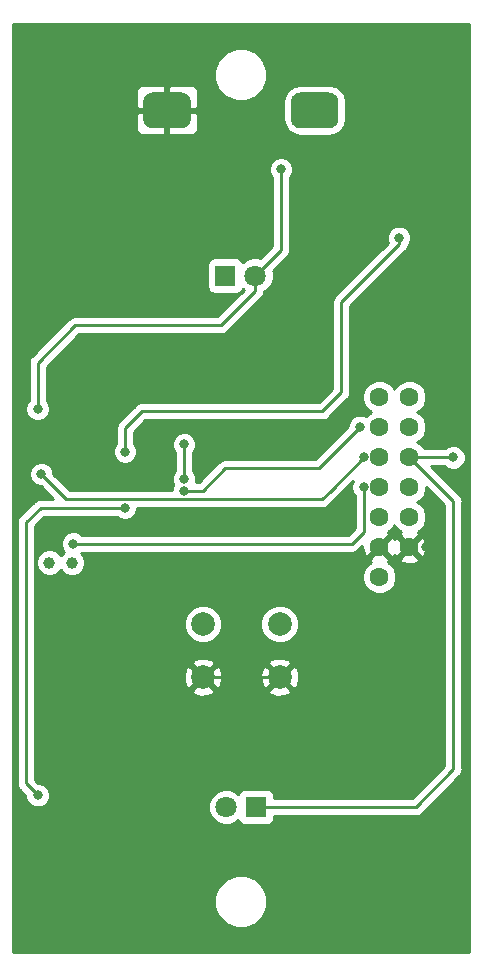
<source format=gbl>
G04 #@! TF.GenerationSoftware,KiCad,Pcbnew,5.0.2-bee76a0~70~ubuntu16.04.1*
G04 #@! TF.CreationDate,2018-12-01T17:09:34+05:30*
G04 #@! TF.ProjectId,senseBeTx_rev2,73656e73-6542-4655-9478-5f726576322e,rev?*
G04 #@! TF.SameCoordinates,Original*
G04 #@! TF.FileFunction,Copper,L2,Bot*
G04 #@! TF.FilePolarity,Positive*
%FSLAX46Y46*%
G04 Gerber Fmt 4.6, Leading zero omitted, Abs format (unit mm)*
G04 Created by KiCad (PCBNEW 5.0.2-bee76a0~70~ubuntu16.04.1) date Sat Dec  1 17:09:34 2018*
%MOMM*%
%LPD*%
G01*
G04 APERTURE LIST*
G04 #@! TA.AperFunction,ComponentPad*
%ADD10R,1.800000X1.800000*%
G04 #@! TD*
G04 #@! TA.AperFunction,ComponentPad*
%ADD11C,1.800000*%
G04 #@! TD*
G04 #@! TA.AperFunction,ComponentPad*
%ADD12C,2.000000*%
G04 #@! TD*
G04 #@! TA.AperFunction,Conductor*
%ADD13C,0.100000*%
G04 #@! TD*
G04 #@! TA.AperFunction,ComponentPad*
%ADD14C,3.000000*%
G04 #@! TD*
G04 #@! TA.AperFunction,WasherPad*
%ADD15C,1.600000*%
G04 #@! TD*
G04 #@! TA.AperFunction,ComponentPad*
%ADD16C,1.600000*%
G04 #@! TD*
G04 #@! TA.AperFunction,ComponentPad*
%ADD17C,1.000000*%
G04 #@! TD*
G04 #@! TA.AperFunction,ViaPad*
%ADD18C,0.800000*%
G04 #@! TD*
G04 #@! TA.AperFunction,Conductor*
%ADD19C,0.250000*%
G04 #@! TD*
G04 #@! TA.AperFunction,Conductor*
%ADD20C,0.254000*%
G04 #@! TD*
G04 APERTURE END LIST*
D10*
G04 #@! TO.P,D1,1*
G04 #@! TO.N,VDD*
X34300000Y-184000000D03*
D11*
G04 #@! TO.P,D1,2*
G04 #@! TO.N,/LIGHT_SENSE*
X31760000Y-184000000D03*
G04 #@! TD*
D10*
G04 #@! TO.P,D3,1*
G04 #@! TO.N,Net-(D3-Pad1)*
X31700000Y-139000000D03*
D11*
G04 #@! TO.P,D3,2*
G04 #@! TO.N,VDD*
X34240000Y-139000000D03*
G04 #@! TD*
D12*
G04 #@! TO.P,SW1,2*
G04 #@! TO.N,/BUTTON*
X36300000Y-168500000D03*
G04 #@! TO.P,SW1,1*
G04 #@! TO.N,GND*
X36300000Y-173000000D03*
G04 #@! TO.P,SW1,2*
G04 #@! TO.N,/BUTTON*
X29800000Y-168500000D03*
G04 #@! TO.P,SW1,1*
G04 #@! TO.N,GND*
X29800000Y-173000000D03*
G04 #@! TD*
D13*
G04 #@! TO.N,Net-(BT1-Pad1)*
G04 #@! TO.C,BT1*
G36*
X40573513Y-123503611D02*
X40646318Y-123514411D01*
X40717714Y-123532295D01*
X40787013Y-123557090D01*
X40853548Y-123588559D01*
X40916678Y-123626398D01*
X40975795Y-123670242D01*
X41030330Y-123719670D01*
X41079758Y-123774205D01*
X41123602Y-123833322D01*
X41161441Y-123896452D01*
X41192910Y-123962987D01*
X41217705Y-124032286D01*
X41235589Y-124103682D01*
X41246389Y-124176487D01*
X41250000Y-124250000D01*
X41250000Y-125750000D01*
X41246389Y-125823513D01*
X41235589Y-125896318D01*
X41217705Y-125967714D01*
X41192910Y-126037013D01*
X41161441Y-126103548D01*
X41123602Y-126166678D01*
X41079758Y-126225795D01*
X41030330Y-126280330D01*
X40975795Y-126329758D01*
X40916678Y-126373602D01*
X40853548Y-126411441D01*
X40787013Y-126442910D01*
X40717714Y-126467705D01*
X40646318Y-126485589D01*
X40573513Y-126496389D01*
X40500000Y-126500000D01*
X38000000Y-126500000D01*
X37926487Y-126496389D01*
X37853682Y-126485589D01*
X37782286Y-126467705D01*
X37712987Y-126442910D01*
X37646452Y-126411441D01*
X37583322Y-126373602D01*
X37524205Y-126329758D01*
X37469670Y-126280330D01*
X37420242Y-126225795D01*
X37376398Y-126166678D01*
X37338559Y-126103548D01*
X37307090Y-126037013D01*
X37282295Y-125967714D01*
X37264411Y-125896318D01*
X37253611Y-125823513D01*
X37250000Y-125750000D01*
X37250000Y-124250000D01*
X37253611Y-124176487D01*
X37264411Y-124103682D01*
X37282295Y-124032286D01*
X37307090Y-123962987D01*
X37338559Y-123896452D01*
X37376398Y-123833322D01*
X37420242Y-123774205D01*
X37469670Y-123719670D01*
X37524205Y-123670242D01*
X37583322Y-123626398D01*
X37646452Y-123588559D01*
X37712987Y-123557090D01*
X37782286Y-123532295D01*
X37853682Y-123514411D01*
X37926487Y-123503611D01*
X38000000Y-123500000D01*
X40500000Y-123500000D01*
X40573513Y-123503611D01*
X40573513Y-123503611D01*
G37*
D14*
G04 #@! TD*
G04 #@! TO.P,BT1,1*
G04 #@! TO.N,Net-(BT1-Pad1)*
X39250000Y-125000000D03*
D13*
G04 #@! TO.N,GND*
G04 #@! TO.C,BT1*
G36*
X28073513Y-123503611D02*
X28146318Y-123514411D01*
X28217714Y-123532295D01*
X28287013Y-123557090D01*
X28353548Y-123588559D01*
X28416678Y-123626398D01*
X28475795Y-123670242D01*
X28530330Y-123719670D01*
X28579758Y-123774205D01*
X28623602Y-123833322D01*
X28661441Y-123896452D01*
X28692910Y-123962987D01*
X28717705Y-124032286D01*
X28735589Y-124103682D01*
X28746389Y-124176487D01*
X28750000Y-124250000D01*
X28750000Y-125750000D01*
X28746389Y-125823513D01*
X28735589Y-125896318D01*
X28717705Y-125967714D01*
X28692910Y-126037013D01*
X28661441Y-126103548D01*
X28623602Y-126166678D01*
X28579758Y-126225795D01*
X28530330Y-126280330D01*
X28475795Y-126329758D01*
X28416678Y-126373602D01*
X28353548Y-126411441D01*
X28287013Y-126442910D01*
X28217714Y-126467705D01*
X28146318Y-126485589D01*
X28073513Y-126496389D01*
X28000000Y-126500000D01*
X25500000Y-126500000D01*
X25426487Y-126496389D01*
X25353682Y-126485589D01*
X25282286Y-126467705D01*
X25212987Y-126442910D01*
X25146452Y-126411441D01*
X25083322Y-126373602D01*
X25024205Y-126329758D01*
X24969670Y-126280330D01*
X24920242Y-126225795D01*
X24876398Y-126166678D01*
X24838559Y-126103548D01*
X24807090Y-126037013D01*
X24782295Y-125967714D01*
X24764411Y-125896318D01*
X24753611Y-125823513D01*
X24750000Y-125750000D01*
X24750000Y-124250000D01*
X24753611Y-124176487D01*
X24764411Y-124103682D01*
X24782295Y-124032286D01*
X24807090Y-123962987D01*
X24838559Y-123896452D01*
X24876398Y-123833322D01*
X24920242Y-123774205D01*
X24969670Y-123719670D01*
X25024205Y-123670242D01*
X25083322Y-123626398D01*
X25146452Y-123588559D01*
X25212987Y-123557090D01*
X25282286Y-123532295D01*
X25353682Y-123514411D01*
X25426487Y-123503611D01*
X25500000Y-123500000D01*
X28000000Y-123500000D01*
X28073513Y-123503611D01*
X28073513Y-123503611D01*
G37*
D14*
G04 #@! TD*
G04 #@! TO.P,BT1,2*
G04 #@! TO.N,GND*
X26750000Y-125000000D03*
D15*
G04 #@! TO.P,P1,*
G04 #@! TO.N,*
X44730000Y-164520000D03*
X47270000Y-149280000D03*
D16*
G04 #@! TO.P,P1,1*
G04 #@! TO.N,/SYS_SWDIO*
X44730000Y-151820000D03*
G04 #@! TO.P,P1,3*
G04 #@! TO.N,/SYS_SWDCLK*
X44730000Y-154360000D03*
G04 #@! TO.P,P1,5*
G04 #@! TO.N,/RESET*
X44730000Y-156900000D03*
G04 #@! TO.P,P1,7*
G04 #@! TO.N,N/C*
X44730000Y-159440000D03*
G04 #@! TO.P,P1,9*
G04 #@! TO.N,GND*
X44730000Y-161980000D03*
G04 #@! TO.P,P1,10*
X47270000Y-161980000D03*
G04 #@! TO.P,P1,8*
G04 #@! TO.N,N/C*
X47270000Y-159440000D03*
G04 #@! TO.P,P1,6*
X47270000Y-156900000D03*
G04 #@! TO.P,P1,4*
G04 #@! TO.N,VDD*
X47270000Y-154360000D03*
G04 #@! TO.P,P1,2*
G04 #@! TO.N,/USART2_TX*
X47270000Y-151820000D03*
D15*
G04 #@! TO.P,P1,*
G04 #@! TO.N,*
X44730000Y-149280000D03*
G04 #@! TD*
D17*
G04 #@! TO.P,Y1,1*
G04 #@! TO.N,/RCC_OSC32_IN*
X16800000Y-163300000D03*
G04 #@! TO.P,Y1,2*
G04 #@! TO.N,/RCC_OSC32_OUT*
X18700000Y-163300000D03*
G04 #@! TD*
D18*
G04 #@! TO.N,GND*
X18000000Y-148900000D03*
X31400000Y-151700000D03*
X39100000Y-151700000D03*
X48700000Y-162000000D03*
X17000000Y-140900000D03*
X17000000Y-134500000D03*
X17000000Y-127900000D03*
X20000000Y-167800000D03*
X48900000Y-131100000D03*
X26600000Y-181600000D03*
X19800000Y-181600000D03*
X42500000Y-126800000D03*
G04 #@! TO.N,VDD*
X36400000Y-130000000D03*
X51000000Y-154400000D03*
X15800000Y-150300000D03*
G04 #@! TO.N,/SYS_SWDIO*
X28200000Y-157200003D03*
X43100000Y-151800000D03*
G04 #@! TO.N,/SYS_SWDCLK*
X43400000Y-154400000D03*
X16100000Y-155800000D03*
G04 #@! TO.N,/RESET*
X18800000Y-161700000D03*
X43400000Y-156900000D03*
G04 #@! TO.N,/LEDIR_CNTRL1*
X28200000Y-156200000D03*
X28200000Y-153300000D03*
G04 #@! TO.N,/LED_GREEN*
X46400000Y-135800000D03*
X23200000Y-153900000D03*
G04 #@! TO.N,/RXTX_UART_RX*
X23200000Y-158650004D03*
X15800000Y-183000000D03*
G04 #@! TD*
D19*
G04 #@! TO.N,GND*
X29800000Y-173000000D02*
X36300000Y-173000000D01*
G04 #@! TO.N,VDD*
X36400000Y-136840000D02*
X34240000Y-139000000D01*
X36400000Y-130000000D02*
X36400000Y-136840000D01*
X34300000Y-184000000D02*
X47800000Y-184000000D01*
X47800000Y-184000000D02*
X51000000Y-180800000D01*
X51000000Y-158090000D02*
X47270000Y-154360000D01*
X51000000Y-180800000D02*
X51000000Y-158090000D01*
X47310000Y-154400000D02*
X47270000Y-154360000D01*
X51000000Y-154400000D02*
X47310000Y-154400000D01*
X34240000Y-140272792D02*
X31312792Y-143200000D01*
X34240000Y-139000000D02*
X34240000Y-140272792D01*
X31312792Y-143200000D02*
X19000000Y-143200000D01*
X19000000Y-143200000D02*
X15800000Y-146400000D01*
X15800000Y-146400000D02*
X15800000Y-150300000D01*
G04 #@! TO.N,/SYS_SWDIO*
X28200000Y-157200003D02*
X29799997Y-157200003D01*
X29799997Y-157200003D02*
X31700000Y-155300000D01*
X39600000Y-155300000D02*
X43100000Y-151800000D01*
X31700000Y-155300000D02*
X39600000Y-155300000D01*
G04 #@! TO.N,/SYS_SWDCLK*
X39874996Y-157925004D02*
X40600000Y-157200000D01*
X18225004Y-157925004D02*
X39874996Y-157925004D01*
X40600000Y-157200000D02*
X43400000Y-154400000D01*
X16100000Y-155800000D02*
X18225004Y-157925004D01*
G04 #@! TO.N,/RESET*
X18800000Y-161700000D02*
X42400000Y-161700000D01*
X43400000Y-160700000D02*
X43400000Y-156900000D01*
X42400000Y-161700000D02*
X43400000Y-160700000D01*
G04 #@! TO.N,/LEDIR_CNTRL1*
X28200000Y-156200000D02*
X28200000Y-153300000D01*
G04 #@! TO.N,/LED_GREEN*
X46400000Y-136365685D02*
X46400000Y-135800000D01*
X41500000Y-148900000D02*
X41500000Y-141265685D01*
X23200000Y-153900000D02*
X23200000Y-151900000D01*
X39900000Y-150500000D02*
X41500000Y-148900000D01*
X23200000Y-151900000D02*
X24600000Y-150500000D01*
X41500000Y-141265685D02*
X46400000Y-136365685D01*
X24600000Y-150500000D02*
X39900000Y-150500000D01*
G04 #@! TO.N,/RXTX_UART_RX*
X23200000Y-158650004D02*
X16049996Y-158650004D01*
X16049996Y-158650004D02*
X14800000Y-159900000D01*
X14800000Y-182000000D02*
X15800000Y-183000000D01*
X14800000Y-159900000D02*
X14800000Y-182000000D01*
G04 #@! TD*
D20*
G04 #@! TO.N,GND*
G36*
X52290000Y-196290000D02*
X13710000Y-196290000D01*
X13710000Y-191555431D01*
X30765000Y-191555431D01*
X30765000Y-192444569D01*
X31105259Y-193266026D01*
X31733974Y-193894741D01*
X32555431Y-194235000D01*
X33444569Y-194235000D01*
X34266026Y-193894741D01*
X34894741Y-193266026D01*
X35235000Y-192444569D01*
X35235000Y-191555431D01*
X34894741Y-190733974D01*
X34266026Y-190105259D01*
X33444569Y-189765000D01*
X32555431Y-189765000D01*
X31733974Y-190105259D01*
X31105259Y-190733974D01*
X30765000Y-191555431D01*
X13710000Y-191555431D01*
X13710000Y-159900000D01*
X14025112Y-159900000D01*
X14040000Y-159974847D01*
X14040001Y-181925148D01*
X14025112Y-182000000D01*
X14084097Y-182296537D01*
X14196661Y-182465000D01*
X14252072Y-182547929D01*
X14315528Y-182590329D01*
X14765000Y-183039802D01*
X14765000Y-183205874D01*
X14922569Y-183586280D01*
X15213720Y-183877431D01*
X15594126Y-184035000D01*
X16005874Y-184035000D01*
X16386280Y-183877431D01*
X16677431Y-183586280D01*
X16835000Y-183205874D01*
X16835000Y-182794126D01*
X16677431Y-182413720D01*
X16386280Y-182122569D01*
X16005874Y-181965000D01*
X15839802Y-181965000D01*
X15560000Y-181685199D01*
X15560000Y-174152532D01*
X28827073Y-174152532D01*
X28925736Y-174419387D01*
X29535461Y-174645908D01*
X30185460Y-174621856D01*
X30674264Y-174419387D01*
X30772927Y-174152532D01*
X35327073Y-174152532D01*
X35425736Y-174419387D01*
X36035461Y-174645908D01*
X36685460Y-174621856D01*
X37174264Y-174419387D01*
X37272927Y-174152532D01*
X36300000Y-173179605D01*
X35327073Y-174152532D01*
X30772927Y-174152532D01*
X29800000Y-173179605D01*
X28827073Y-174152532D01*
X15560000Y-174152532D01*
X15560000Y-172735461D01*
X28154092Y-172735461D01*
X28178144Y-173385460D01*
X28380613Y-173874264D01*
X28647468Y-173972927D01*
X29620395Y-173000000D01*
X29979605Y-173000000D01*
X30952532Y-173972927D01*
X31219387Y-173874264D01*
X31445908Y-173264539D01*
X31426331Y-172735461D01*
X34654092Y-172735461D01*
X34678144Y-173385460D01*
X34880613Y-173874264D01*
X35147468Y-173972927D01*
X36120395Y-173000000D01*
X36479605Y-173000000D01*
X37452532Y-173972927D01*
X37719387Y-173874264D01*
X37945908Y-173264539D01*
X37921856Y-172614540D01*
X37719387Y-172125736D01*
X37452532Y-172027073D01*
X36479605Y-173000000D01*
X36120395Y-173000000D01*
X35147468Y-172027073D01*
X34880613Y-172125736D01*
X34654092Y-172735461D01*
X31426331Y-172735461D01*
X31421856Y-172614540D01*
X31219387Y-172125736D01*
X30952532Y-172027073D01*
X29979605Y-173000000D01*
X29620395Y-173000000D01*
X28647468Y-172027073D01*
X28380613Y-172125736D01*
X28154092Y-172735461D01*
X15560000Y-172735461D01*
X15560000Y-171847468D01*
X28827073Y-171847468D01*
X29800000Y-172820395D01*
X30772927Y-171847468D01*
X35327073Y-171847468D01*
X36300000Y-172820395D01*
X37272927Y-171847468D01*
X37174264Y-171580613D01*
X36564539Y-171354092D01*
X35914540Y-171378144D01*
X35425736Y-171580613D01*
X35327073Y-171847468D01*
X30772927Y-171847468D01*
X30674264Y-171580613D01*
X30064539Y-171354092D01*
X29414540Y-171378144D01*
X28925736Y-171580613D01*
X28827073Y-171847468D01*
X15560000Y-171847468D01*
X15560000Y-168174778D01*
X28165000Y-168174778D01*
X28165000Y-168825222D01*
X28413914Y-169426153D01*
X28873847Y-169886086D01*
X29474778Y-170135000D01*
X30125222Y-170135000D01*
X30726153Y-169886086D01*
X31186086Y-169426153D01*
X31435000Y-168825222D01*
X31435000Y-168174778D01*
X34665000Y-168174778D01*
X34665000Y-168825222D01*
X34913914Y-169426153D01*
X35373847Y-169886086D01*
X35974778Y-170135000D01*
X36625222Y-170135000D01*
X37226153Y-169886086D01*
X37686086Y-169426153D01*
X37935000Y-168825222D01*
X37935000Y-168174778D01*
X37686086Y-167573847D01*
X37226153Y-167113914D01*
X36625222Y-166865000D01*
X35974778Y-166865000D01*
X35373847Y-167113914D01*
X34913914Y-167573847D01*
X34665000Y-168174778D01*
X31435000Y-168174778D01*
X31186086Y-167573847D01*
X30726153Y-167113914D01*
X30125222Y-166865000D01*
X29474778Y-166865000D01*
X28873847Y-167113914D01*
X28413914Y-167573847D01*
X28165000Y-168174778D01*
X15560000Y-168174778D01*
X15560000Y-160214801D01*
X16364799Y-159410004D01*
X22496289Y-159410004D01*
X22613720Y-159527435D01*
X22994126Y-159685004D01*
X23405874Y-159685004D01*
X23786280Y-159527435D01*
X24077431Y-159236284D01*
X24235000Y-158855878D01*
X24235000Y-158685004D01*
X39800149Y-158685004D01*
X39874996Y-158699892D01*
X39949843Y-158685004D01*
X39949848Y-158685004D01*
X40171533Y-158640908D01*
X40422925Y-158472933D01*
X40465327Y-158409475D01*
X41190329Y-157684474D01*
X41190333Y-157684468D01*
X42495337Y-156379465D01*
X42365000Y-156694126D01*
X42365000Y-157105874D01*
X42522569Y-157486280D01*
X42640001Y-157603712D01*
X42640000Y-160385198D01*
X42085199Y-160940000D01*
X19503711Y-160940000D01*
X19386280Y-160822569D01*
X19005874Y-160665000D01*
X18594126Y-160665000D01*
X18213720Y-160822569D01*
X17922569Y-161113720D01*
X17765000Y-161494126D01*
X17765000Y-161905874D01*
X17922569Y-162286280D01*
X18015578Y-162379289D01*
X17750000Y-162644867D01*
X17442926Y-162337793D01*
X17025766Y-162165000D01*
X16574234Y-162165000D01*
X16157074Y-162337793D01*
X15837793Y-162657074D01*
X15665000Y-163074234D01*
X15665000Y-163525766D01*
X15837793Y-163942926D01*
X16157074Y-164262207D01*
X16574234Y-164435000D01*
X17025766Y-164435000D01*
X17442926Y-164262207D01*
X17750000Y-163955133D01*
X18057074Y-164262207D01*
X18474234Y-164435000D01*
X18925766Y-164435000D01*
X19342926Y-164262207D01*
X19370572Y-164234561D01*
X43295000Y-164234561D01*
X43295000Y-164805439D01*
X43513466Y-165332862D01*
X43917138Y-165736534D01*
X44444561Y-165955000D01*
X45015439Y-165955000D01*
X45542862Y-165736534D01*
X45946534Y-165332862D01*
X46165000Y-164805439D01*
X46165000Y-164234561D01*
X45946534Y-163707138D01*
X45542862Y-163303466D01*
X45429417Y-163256475D01*
X45484005Y-163233864D01*
X45558139Y-162987745D01*
X46441861Y-162987745D01*
X46515995Y-163233864D01*
X47053223Y-163426965D01*
X47623454Y-163399778D01*
X48024005Y-163233864D01*
X48098139Y-162987745D01*
X47270000Y-162159605D01*
X46441861Y-162987745D01*
X45558139Y-162987745D01*
X44730000Y-162159605D01*
X43901861Y-162987745D01*
X43975995Y-163233864D01*
X44034448Y-163254874D01*
X43917138Y-163303466D01*
X43513466Y-163707138D01*
X43295000Y-164234561D01*
X19370572Y-164234561D01*
X19662207Y-163942926D01*
X19835000Y-163525766D01*
X19835000Y-163074234D01*
X19662207Y-162657074D01*
X19484422Y-162479289D01*
X19503711Y-162460000D01*
X42325153Y-162460000D01*
X42400000Y-162474888D01*
X42474847Y-162460000D01*
X42474852Y-162460000D01*
X42696537Y-162415904D01*
X42947929Y-162247929D01*
X42990331Y-162184470D01*
X43288885Y-161885917D01*
X43310222Y-162333454D01*
X43476136Y-162734005D01*
X43722255Y-162808139D01*
X44550395Y-161980000D01*
X44909605Y-161980000D01*
X45737745Y-162808139D01*
X45983864Y-162734005D01*
X45998858Y-162692291D01*
X46016136Y-162734005D01*
X46262255Y-162808139D01*
X47090395Y-161980000D01*
X47449605Y-161980000D01*
X48277745Y-162808139D01*
X48523864Y-162734005D01*
X48716965Y-162196777D01*
X48689778Y-161626546D01*
X48523864Y-161225995D01*
X48277745Y-161151861D01*
X47449605Y-161980000D01*
X47090395Y-161980000D01*
X46262255Y-161151861D01*
X46016136Y-161225995D01*
X46001142Y-161267709D01*
X45983864Y-161225995D01*
X45737745Y-161151861D01*
X44909605Y-161980000D01*
X44550395Y-161980000D01*
X44536252Y-161965858D01*
X44715858Y-161786252D01*
X44730000Y-161800395D01*
X45558139Y-160972255D01*
X45484005Y-160726136D01*
X45425552Y-160705126D01*
X45542862Y-160656534D01*
X45946534Y-160252862D01*
X46000000Y-160123784D01*
X46053466Y-160252862D01*
X46457138Y-160656534D01*
X46570583Y-160703525D01*
X46515995Y-160726136D01*
X46441861Y-160972255D01*
X47270000Y-161800395D01*
X48098139Y-160972255D01*
X48024005Y-160726136D01*
X47965552Y-160705126D01*
X48082862Y-160656534D01*
X48486534Y-160252862D01*
X48705000Y-159725439D01*
X48705000Y-159154561D01*
X48486534Y-158627138D01*
X48082862Y-158223466D01*
X47953784Y-158170000D01*
X48082862Y-158116534D01*
X48486534Y-157712862D01*
X48705000Y-157185439D01*
X48705000Y-156869802D01*
X50240001Y-158404803D01*
X50240000Y-180485197D01*
X47485199Y-183240000D01*
X35847440Y-183240000D01*
X35847440Y-183100000D01*
X35798157Y-182852235D01*
X35657809Y-182642191D01*
X35447765Y-182501843D01*
X35200000Y-182452560D01*
X33400000Y-182452560D01*
X33152235Y-182501843D01*
X32942191Y-182642191D01*
X32801843Y-182852235D01*
X32798725Y-182867908D01*
X32629507Y-182698690D01*
X32065330Y-182465000D01*
X31454670Y-182465000D01*
X30890493Y-182698690D01*
X30458690Y-183130493D01*
X30225000Y-183694670D01*
X30225000Y-184305330D01*
X30458690Y-184869507D01*
X30890493Y-185301310D01*
X31454670Y-185535000D01*
X32065330Y-185535000D01*
X32629507Y-185301310D01*
X32798725Y-185132092D01*
X32801843Y-185147765D01*
X32942191Y-185357809D01*
X33152235Y-185498157D01*
X33400000Y-185547440D01*
X35200000Y-185547440D01*
X35447765Y-185498157D01*
X35657809Y-185357809D01*
X35798157Y-185147765D01*
X35847440Y-184900000D01*
X35847440Y-184760000D01*
X47725153Y-184760000D01*
X47800000Y-184774888D01*
X47874847Y-184760000D01*
X47874852Y-184760000D01*
X48096537Y-184715904D01*
X48347929Y-184547929D01*
X48390331Y-184484470D01*
X51484476Y-181390327D01*
X51547929Y-181347929D01*
X51590327Y-181284476D01*
X51590329Y-181284474D01*
X51715903Y-181096538D01*
X51715904Y-181096537D01*
X51760000Y-180874852D01*
X51760000Y-180874848D01*
X51774888Y-180800001D01*
X51760000Y-180725154D01*
X51760000Y-158164848D01*
X51774888Y-158090000D01*
X51760000Y-158015152D01*
X51760000Y-158015148D01*
X51715904Y-157793463D01*
X51547929Y-157542071D01*
X51484473Y-157499671D01*
X49144801Y-155160000D01*
X50296289Y-155160000D01*
X50413720Y-155277431D01*
X50794126Y-155435000D01*
X51205874Y-155435000D01*
X51586280Y-155277431D01*
X51877431Y-154986280D01*
X52035000Y-154605874D01*
X52035000Y-154194126D01*
X51877431Y-153813720D01*
X51586280Y-153522569D01*
X51205874Y-153365000D01*
X50794126Y-153365000D01*
X50413720Y-153522569D01*
X50296289Y-153640000D01*
X48524999Y-153640000D01*
X48486534Y-153547138D01*
X48082862Y-153143466D01*
X47953784Y-153090000D01*
X48082862Y-153036534D01*
X48486534Y-152632862D01*
X48705000Y-152105439D01*
X48705000Y-151534561D01*
X48486534Y-151007138D01*
X48082862Y-150603466D01*
X47953784Y-150550000D01*
X48082862Y-150496534D01*
X48486534Y-150092862D01*
X48705000Y-149565439D01*
X48705000Y-148994561D01*
X48486534Y-148467138D01*
X48082862Y-148063466D01*
X47555439Y-147845000D01*
X46984561Y-147845000D01*
X46457138Y-148063466D01*
X46053466Y-148467138D01*
X46000000Y-148596216D01*
X45946534Y-148467138D01*
X45542862Y-148063466D01*
X45015439Y-147845000D01*
X44444561Y-147845000D01*
X43917138Y-148063466D01*
X43513466Y-148467138D01*
X43295000Y-148994561D01*
X43295000Y-149565439D01*
X43513466Y-150092862D01*
X43917138Y-150496534D01*
X44046216Y-150550000D01*
X43917138Y-150603466D01*
X43623881Y-150896723D01*
X43305874Y-150765000D01*
X42894126Y-150765000D01*
X42513720Y-150922569D01*
X42222569Y-151213720D01*
X42065000Y-151594126D01*
X42065000Y-151760197D01*
X39285199Y-154540000D01*
X31774846Y-154540000D01*
X31699999Y-154525112D01*
X31625152Y-154540000D01*
X31625148Y-154540000D01*
X31403463Y-154584096D01*
X31152071Y-154752071D01*
X31109671Y-154815527D01*
X29485196Y-156440003D01*
X29220863Y-156440003D01*
X29235000Y-156405874D01*
X29235000Y-155994126D01*
X29077431Y-155613720D01*
X28960000Y-155496289D01*
X28960000Y-154003711D01*
X29077431Y-153886280D01*
X29235000Y-153505874D01*
X29235000Y-153094126D01*
X29077431Y-152713720D01*
X28786280Y-152422569D01*
X28405874Y-152265000D01*
X27994126Y-152265000D01*
X27613720Y-152422569D01*
X27322569Y-152713720D01*
X27165000Y-153094126D01*
X27165000Y-153505874D01*
X27322569Y-153886280D01*
X27440001Y-154003712D01*
X27440000Y-155496289D01*
X27322569Y-155613720D01*
X27165000Y-155994126D01*
X27165000Y-156405874D01*
X27286831Y-156700002D01*
X27165000Y-156994129D01*
X27165000Y-157165004D01*
X18539807Y-157165004D01*
X17135000Y-155760199D01*
X17135000Y-155594126D01*
X16977431Y-155213720D01*
X16686280Y-154922569D01*
X16305874Y-154765000D01*
X15894126Y-154765000D01*
X15513720Y-154922569D01*
X15222569Y-155213720D01*
X15065000Y-155594126D01*
X15065000Y-156005874D01*
X15222569Y-156386280D01*
X15513720Y-156677431D01*
X15894126Y-156835000D01*
X16060199Y-156835000D01*
X17115202Y-157890004D01*
X16124842Y-157890004D01*
X16049995Y-157875116D01*
X15975148Y-157890004D01*
X15975144Y-157890004D01*
X15753459Y-157934100D01*
X15692416Y-157974888D01*
X15565522Y-158059675D01*
X15565520Y-158059677D01*
X15502067Y-158102075D01*
X15459669Y-158165528D01*
X14315530Y-159309669D01*
X14252071Y-159352071D01*
X14084096Y-159603464D01*
X14040000Y-159825149D01*
X14040000Y-159825153D01*
X14025112Y-159900000D01*
X13710000Y-159900000D01*
X13710000Y-153694126D01*
X22165000Y-153694126D01*
X22165000Y-154105874D01*
X22322569Y-154486280D01*
X22613720Y-154777431D01*
X22994126Y-154935000D01*
X23405874Y-154935000D01*
X23786280Y-154777431D01*
X24077431Y-154486280D01*
X24235000Y-154105874D01*
X24235000Y-153694126D01*
X24077431Y-153313720D01*
X23960000Y-153196289D01*
X23960000Y-152214801D01*
X24914802Y-151260000D01*
X39825153Y-151260000D01*
X39900000Y-151274888D01*
X39974847Y-151260000D01*
X39974852Y-151260000D01*
X40196537Y-151215904D01*
X40447929Y-151047929D01*
X40490331Y-150984470D01*
X41984473Y-149490329D01*
X42047929Y-149447929D01*
X42090924Y-149383582D01*
X42215904Y-149196538D01*
X42225480Y-149148395D01*
X42260000Y-148974852D01*
X42260000Y-148974848D01*
X42274888Y-148900000D01*
X42260000Y-148825152D01*
X42260000Y-141580486D01*
X46884476Y-136956012D01*
X46947929Y-136913614D01*
X46990327Y-136850161D01*
X46990329Y-136850159D01*
X47074102Y-136724783D01*
X47115904Y-136662222D01*
X47144314Y-136519397D01*
X47277431Y-136386280D01*
X47435000Y-136005874D01*
X47435000Y-135594126D01*
X47277431Y-135213720D01*
X46986280Y-134922569D01*
X46605874Y-134765000D01*
X46194126Y-134765000D01*
X45813720Y-134922569D01*
X45522569Y-135213720D01*
X45365000Y-135594126D01*
X45365000Y-136005874D01*
X45458728Y-136232154D01*
X41015528Y-140675356D01*
X40952072Y-140717756D01*
X40909672Y-140781212D01*
X40909671Y-140781213D01*
X40784097Y-140969148D01*
X40725112Y-141265685D01*
X40740001Y-141340537D01*
X40740000Y-148585198D01*
X39585199Y-149740000D01*
X24674847Y-149740000D01*
X24600000Y-149725112D01*
X24525153Y-149740000D01*
X24525148Y-149740000D01*
X24303463Y-149784096D01*
X24052071Y-149952071D01*
X24009671Y-150015527D01*
X22715528Y-151309671D01*
X22652072Y-151352071D01*
X22609672Y-151415527D01*
X22609671Y-151415528D01*
X22484097Y-151603463D01*
X22425112Y-151900000D01*
X22440001Y-151974852D01*
X22440000Y-153196289D01*
X22322569Y-153313720D01*
X22165000Y-153694126D01*
X13710000Y-153694126D01*
X13710000Y-150094126D01*
X14765000Y-150094126D01*
X14765000Y-150505874D01*
X14922569Y-150886280D01*
X15213720Y-151177431D01*
X15594126Y-151335000D01*
X16005874Y-151335000D01*
X16386280Y-151177431D01*
X16677431Y-150886280D01*
X16835000Y-150505874D01*
X16835000Y-150094126D01*
X16677431Y-149713720D01*
X16560000Y-149596289D01*
X16560000Y-146714801D01*
X19314803Y-143960000D01*
X31237945Y-143960000D01*
X31312792Y-143974888D01*
X31387639Y-143960000D01*
X31387644Y-143960000D01*
X31609329Y-143915904D01*
X31860721Y-143747929D01*
X31903123Y-143684470D01*
X34724473Y-140863121D01*
X34787929Y-140820721D01*
X34955904Y-140569329D01*
X35000000Y-140347644D01*
X35000000Y-140347640D01*
X35000210Y-140346582D01*
X35109507Y-140301310D01*
X35541310Y-139869507D01*
X35775000Y-139305330D01*
X35775000Y-138694670D01*
X35729640Y-138585162D01*
X36884476Y-137430327D01*
X36947929Y-137387929D01*
X36990327Y-137324476D01*
X36990329Y-137324474D01*
X37074102Y-137199098D01*
X37115904Y-137136537D01*
X37160000Y-136914852D01*
X37160000Y-136914848D01*
X37174888Y-136840001D01*
X37160000Y-136765154D01*
X37160000Y-130703711D01*
X37277431Y-130586280D01*
X37435000Y-130205874D01*
X37435000Y-129794126D01*
X37277431Y-129413720D01*
X36986280Y-129122569D01*
X36605874Y-128965000D01*
X36194126Y-128965000D01*
X35813720Y-129122569D01*
X35522569Y-129413720D01*
X35365000Y-129794126D01*
X35365000Y-130205874D01*
X35522569Y-130586280D01*
X35640000Y-130703711D01*
X35640001Y-136525196D01*
X34654838Y-137510360D01*
X34545330Y-137465000D01*
X33934670Y-137465000D01*
X33370493Y-137698690D01*
X33201275Y-137867908D01*
X33198157Y-137852235D01*
X33057809Y-137642191D01*
X32847765Y-137501843D01*
X32600000Y-137452560D01*
X30800000Y-137452560D01*
X30552235Y-137501843D01*
X30342191Y-137642191D01*
X30201843Y-137852235D01*
X30152560Y-138100000D01*
X30152560Y-139900000D01*
X30201843Y-140147765D01*
X30342191Y-140357809D01*
X30552235Y-140498157D01*
X30800000Y-140547440D01*
X32600000Y-140547440D01*
X32847765Y-140498157D01*
X33057809Y-140357809D01*
X33198157Y-140147765D01*
X33201275Y-140132092D01*
X33253587Y-140184404D01*
X30997991Y-142440000D01*
X19074846Y-142440000D01*
X18999999Y-142425112D01*
X18925152Y-142440000D01*
X18925148Y-142440000D01*
X18703463Y-142484096D01*
X18703461Y-142484097D01*
X18703462Y-142484097D01*
X18515526Y-142609671D01*
X18515524Y-142609673D01*
X18452071Y-142652071D01*
X18409673Y-142715524D01*
X15315530Y-145809669D01*
X15252071Y-145852071D01*
X15084096Y-146103464D01*
X15040000Y-146325149D01*
X15040000Y-146325153D01*
X15025112Y-146400000D01*
X15040000Y-146474847D01*
X15040001Y-149596288D01*
X14922569Y-149713720D01*
X14765000Y-150094126D01*
X13710000Y-150094126D01*
X13710000Y-125285750D01*
X24115000Y-125285750D01*
X24115000Y-126626309D01*
X24211673Y-126859698D01*
X24390301Y-127038327D01*
X24623690Y-127135000D01*
X26464250Y-127135000D01*
X26623000Y-126976250D01*
X26623000Y-125127000D01*
X26877000Y-125127000D01*
X26877000Y-126976250D01*
X27035750Y-127135000D01*
X28876310Y-127135000D01*
X29109699Y-127038327D01*
X29288327Y-126859698D01*
X29385000Y-126626309D01*
X29385000Y-125285750D01*
X29226250Y-125127000D01*
X26877000Y-125127000D01*
X26623000Y-125127000D01*
X24273750Y-125127000D01*
X24115000Y-125285750D01*
X13710000Y-125285750D01*
X13710000Y-123373691D01*
X24115000Y-123373691D01*
X24115000Y-124714250D01*
X24273750Y-124873000D01*
X26623000Y-124873000D01*
X26623000Y-123023750D01*
X26877000Y-123023750D01*
X26877000Y-124873000D01*
X29226250Y-124873000D01*
X29385000Y-124714250D01*
X29385000Y-124250000D01*
X36602560Y-124250000D01*
X36602560Y-125750000D01*
X36708934Y-126284777D01*
X37011861Y-126738139D01*
X37465223Y-127041066D01*
X38000000Y-127147440D01*
X40500000Y-127147440D01*
X41034777Y-127041066D01*
X41488139Y-126738139D01*
X41791066Y-126284777D01*
X41897440Y-125750000D01*
X41897440Y-124250000D01*
X41791066Y-123715223D01*
X41488139Y-123261861D01*
X41034777Y-122958934D01*
X40500000Y-122852560D01*
X38000000Y-122852560D01*
X37465223Y-122958934D01*
X37011861Y-123261861D01*
X36708934Y-123715223D01*
X36602560Y-124250000D01*
X29385000Y-124250000D01*
X29385000Y-123373691D01*
X29288327Y-123140302D01*
X29109699Y-122961673D01*
X28876310Y-122865000D01*
X27035750Y-122865000D01*
X26877000Y-123023750D01*
X26623000Y-123023750D01*
X26464250Y-122865000D01*
X24623690Y-122865000D01*
X24390301Y-122961673D01*
X24211673Y-123140302D01*
X24115000Y-123373691D01*
X13710000Y-123373691D01*
X13710000Y-121555431D01*
X30765000Y-121555431D01*
X30765000Y-122444569D01*
X31105259Y-123266026D01*
X31733974Y-123894741D01*
X32555431Y-124235000D01*
X33444569Y-124235000D01*
X34266026Y-123894741D01*
X34894741Y-123266026D01*
X35235000Y-122444569D01*
X35235000Y-121555431D01*
X34894741Y-120733974D01*
X34266026Y-120105259D01*
X33444569Y-119765000D01*
X32555431Y-119765000D01*
X31733974Y-120105259D01*
X31105259Y-120733974D01*
X30765000Y-121555431D01*
X13710000Y-121555431D01*
X13710000Y-117710000D01*
X52290001Y-117710000D01*
X52290000Y-196290000D01*
X52290000Y-196290000D01*
G37*
X52290000Y-196290000D02*
X13710000Y-196290000D01*
X13710000Y-191555431D01*
X30765000Y-191555431D01*
X30765000Y-192444569D01*
X31105259Y-193266026D01*
X31733974Y-193894741D01*
X32555431Y-194235000D01*
X33444569Y-194235000D01*
X34266026Y-193894741D01*
X34894741Y-193266026D01*
X35235000Y-192444569D01*
X35235000Y-191555431D01*
X34894741Y-190733974D01*
X34266026Y-190105259D01*
X33444569Y-189765000D01*
X32555431Y-189765000D01*
X31733974Y-190105259D01*
X31105259Y-190733974D01*
X30765000Y-191555431D01*
X13710000Y-191555431D01*
X13710000Y-159900000D01*
X14025112Y-159900000D01*
X14040000Y-159974847D01*
X14040001Y-181925148D01*
X14025112Y-182000000D01*
X14084097Y-182296537D01*
X14196661Y-182465000D01*
X14252072Y-182547929D01*
X14315528Y-182590329D01*
X14765000Y-183039802D01*
X14765000Y-183205874D01*
X14922569Y-183586280D01*
X15213720Y-183877431D01*
X15594126Y-184035000D01*
X16005874Y-184035000D01*
X16386280Y-183877431D01*
X16677431Y-183586280D01*
X16835000Y-183205874D01*
X16835000Y-182794126D01*
X16677431Y-182413720D01*
X16386280Y-182122569D01*
X16005874Y-181965000D01*
X15839802Y-181965000D01*
X15560000Y-181685199D01*
X15560000Y-174152532D01*
X28827073Y-174152532D01*
X28925736Y-174419387D01*
X29535461Y-174645908D01*
X30185460Y-174621856D01*
X30674264Y-174419387D01*
X30772927Y-174152532D01*
X35327073Y-174152532D01*
X35425736Y-174419387D01*
X36035461Y-174645908D01*
X36685460Y-174621856D01*
X37174264Y-174419387D01*
X37272927Y-174152532D01*
X36300000Y-173179605D01*
X35327073Y-174152532D01*
X30772927Y-174152532D01*
X29800000Y-173179605D01*
X28827073Y-174152532D01*
X15560000Y-174152532D01*
X15560000Y-172735461D01*
X28154092Y-172735461D01*
X28178144Y-173385460D01*
X28380613Y-173874264D01*
X28647468Y-173972927D01*
X29620395Y-173000000D01*
X29979605Y-173000000D01*
X30952532Y-173972927D01*
X31219387Y-173874264D01*
X31445908Y-173264539D01*
X31426331Y-172735461D01*
X34654092Y-172735461D01*
X34678144Y-173385460D01*
X34880613Y-173874264D01*
X35147468Y-173972927D01*
X36120395Y-173000000D01*
X36479605Y-173000000D01*
X37452532Y-173972927D01*
X37719387Y-173874264D01*
X37945908Y-173264539D01*
X37921856Y-172614540D01*
X37719387Y-172125736D01*
X37452532Y-172027073D01*
X36479605Y-173000000D01*
X36120395Y-173000000D01*
X35147468Y-172027073D01*
X34880613Y-172125736D01*
X34654092Y-172735461D01*
X31426331Y-172735461D01*
X31421856Y-172614540D01*
X31219387Y-172125736D01*
X30952532Y-172027073D01*
X29979605Y-173000000D01*
X29620395Y-173000000D01*
X28647468Y-172027073D01*
X28380613Y-172125736D01*
X28154092Y-172735461D01*
X15560000Y-172735461D01*
X15560000Y-171847468D01*
X28827073Y-171847468D01*
X29800000Y-172820395D01*
X30772927Y-171847468D01*
X35327073Y-171847468D01*
X36300000Y-172820395D01*
X37272927Y-171847468D01*
X37174264Y-171580613D01*
X36564539Y-171354092D01*
X35914540Y-171378144D01*
X35425736Y-171580613D01*
X35327073Y-171847468D01*
X30772927Y-171847468D01*
X30674264Y-171580613D01*
X30064539Y-171354092D01*
X29414540Y-171378144D01*
X28925736Y-171580613D01*
X28827073Y-171847468D01*
X15560000Y-171847468D01*
X15560000Y-168174778D01*
X28165000Y-168174778D01*
X28165000Y-168825222D01*
X28413914Y-169426153D01*
X28873847Y-169886086D01*
X29474778Y-170135000D01*
X30125222Y-170135000D01*
X30726153Y-169886086D01*
X31186086Y-169426153D01*
X31435000Y-168825222D01*
X31435000Y-168174778D01*
X34665000Y-168174778D01*
X34665000Y-168825222D01*
X34913914Y-169426153D01*
X35373847Y-169886086D01*
X35974778Y-170135000D01*
X36625222Y-170135000D01*
X37226153Y-169886086D01*
X37686086Y-169426153D01*
X37935000Y-168825222D01*
X37935000Y-168174778D01*
X37686086Y-167573847D01*
X37226153Y-167113914D01*
X36625222Y-166865000D01*
X35974778Y-166865000D01*
X35373847Y-167113914D01*
X34913914Y-167573847D01*
X34665000Y-168174778D01*
X31435000Y-168174778D01*
X31186086Y-167573847D01*
X30726153Y-167113914D01*
X30125222Y-166865000D01*
X29474778Y-166865000D01*
X28873847Y-167113914D01*
X28413914Y-167573847D01*
X28165000Y-168174778D01*
X15560000Y-168174778D01*
X15560000Y-160214801D01*
X16364799Y-159410004D01*
X22496289Y-159410004D01*
X22613720Y-159527435D01*
X22994126Y-159685004D01*
X23405874Y-159685004D01*
X23786280Y-159527435D01*
X24077431Y-159236284D01*
X24235000Y-158855878D01*
X24235000Y-158685004D01*
X39800149Y-158685004D01*
X39874996Y-158699892D01*
X39949843Y-158685004D01*
X39949848Y-158685004D01*
X40171533Y-158640908D01*
X40422925Y-158472933D01*
X40465327Y-158409475D01*
X41190329Y-157684474D01*
X41190333Y-157684468D01*
X42495337Y-156379465D01*
X42365000Y-156694126D01*
X42365000Y-157105874D01*
X42522569Y-157486280D01*
X42640001Y-157603712D01*
X42640000Y-160385198D01*
X42085199Y-160940000D01*
X19503711Y-160940000D01*
X19386280Y-160822569D01*
X19005874Y-160665000D01*
X18594126Y-160665000D01*
X18213720Y-160822569D01*
X17922569Y-161113720D01*
X17765000Y-161494126D01*
X17765000Y-161905874D01*
X17922569Y-162286280D01*
X18015578Y-162379289D01*
X17750000Y-162644867D01*
X17442926Y-162337793D01*
X17025766Y-162165000D01*
X16574234Y-162165000D01*
X16157074Y-162337793D01*
X15837793Y-162657074D01*
X15665000Y-163074234D01*
X15665000Y-163525766D01*
X15837793Y-163942926D01*
X16157074Y-164262207D01*
X16574234Y-164435000D01*
X17025766Y-164435000D01*
X17442926Y-164262207D01*
X17750000Y-163955133D01*
X18057074Y-164262207D01*
X18474234Y-164435000D01*
X18925766Y-164435000D01*
X19342926Y-164262207D01*
X19370572Y-164234561D01*
X43295000Y-164234561D01*
X43295000Y-164805439D01*
X43513466Y-165332862D01*
X43917138Y-165736534D01*
X44444561Y-165955000D01*
X45015439Y-165955000D01*
X45542862Y-165736534D01*
X45946534Y-165332862D01*
X46165000Y-164805439D01*
X46165000Y-164234561D01*
X45946534Y-163707138D01*
X45542862Y-163303466D01*
X45429417Y-163256475D01*
X45484005Y-163233864D01*
X45558139Y-162987745D01*
X46441861Y-162987745D01*
X46515995Y-163233864D01*
X47053223Y-163426965D01*
X47623454Y-163399778D01*
X48024005Y-163233864D01*
X48098139Y-162987745D01*
X47270000Y-162159605D01*
X46441861Y-162987745D01*
X45558139Y-162987745D01*
X44730000Y-162159605D01*
X43901861Y-162987745D01*
X43975995Y-163233864D01*
X44034448Y-163254874D01*
X43917138Y-163303466D01*
X43513466Y-163707138D01*
X43295000Y-164234561D01*
X19370572Y-164234561D01*
X19662207Y-163942926D01*
X19835000Y-163525766D01*
X19835000Y-163074234D01*
X19662207Y-162657074D01*
X19484422Y-162479289D01*
X19503711Y-162460000D01*
X42325153Y-162460000D01*
X42400000Y-162474888D01*
X42474847Y-162460000D01*
X42474852Y-162460000D01*
X42696537Y-162415904D01*
X42947929Y-162247929D01*
X42990331Y-162184470D01*
X43288885Y-161885917D01*
X43310222Y-162333454D01*
X43476136Y-162734005D01*
X43722255Y-162808139D01*
X44550395Y-161980000D01*
X44909605Y-161980000D01*
X45737745Y-162808139D01*
X45983864Y-162734005D01*
X45998858Y-162692291D01*
X46016136Y-162734005D01*
X46262255Y-162808139D01*
X47090395Y-161980000D01*
X47449605Y-161980000D01*
X48277745Y-162808139D01*
X48523864Y-162734005D01*
X48716965Y-162196777D01*
X48689778Y-161626546D01*
X48523864Y-161225995D01*
X48277745Y-161151861D01*
X47449605Y-161980000D01*
X47090395Y-161980000D01*
X46262255Y-161151861D01*
X46016136Y-161225995D01*
X46001142Y-161267709D01*
X45983864Y-161225995D01*
X45737745Y-161151861D01*
X44909605Y-161980000D01*
X44550395Y-161980000D01*
X44536252Y-161965858D01*
X44715858Y-161786252D01*
X44730000Y-161800395D01*
X45558139Y-160972255D01*
X45484005Y-160726136D01*
X45425552Y-160705126D01*
X45542862Y-160656534D01*
X45946534Y-160252862D01*
X46000000Y-160123784D01*
X46053466Y-160252862D01*
X46457138Y-160656534D01*
X46570583Y-160703525D01*
X46515995Y-160726136D01*
X46441861Y-160972255D01*
X47270000Y-161800395D01*
X48098139Y-160972255D01*
X48024005Y-160726136D01*
X47965552Y-160705126D01*
X48082862Y-160656534D01*
X48486534Y-160252862D01*
X48705000Y-159725439D01*
X48705000Y-159154561D01*
X48486534Y-158627138D01*
X48082862Y-158223466D01*
X47953784Y-158170000D01*
X48082862Y-158116534D01*
X48486534Y-157712862D01*
X48705000Y-157185439D01*
X48705000Y-156869802D01*
X50240001Y-158404803D01*
X50240000Y-180485197D01*
X47485199Y-183240000D01*
X35847440Y-183240000D01*
X35847440Y-183100000D01*
X35798157Y-182852235D01*
X35657809Y-182642191D01*
X35447765Y-182501843D01*
X35200000Y-182452560D01*
X33400000Y-182452560D01*
X33152235Y-182501843D01*
X32942191Y-182642191D01*
X32801843Y-182852235D01*
X32798725Y-182867908D01*
X32629507Y-182698690D01*
X32065330Y-182465000D01*
X31454670Y-182465000D01*
X30890493Y-182698690D01*
X30458690Y-183130493D01*
X30225000Y-183694670D01*
X30225000Y-184305330D01*
X30458690Y-184869507D01*
X30890493Y-185301310D01*
X31454670Y-185535000D01*
X32065330Y-185535000D01*
X32629507Y-185301310D01*
X32798725Y-185132092D01*
X32801843Y-185147765D01*
X32942191Y-185357809D01*
X33152235Y-185498157D01*
X33400000Y-185547440D01*
X35200000Y-185547440D01*
X35447765Y-185498157D01*
X35657809Y-185357809D01*
X35798157Y-185147765D01*
X35847440Y-184900000D01*
X35847440Y-184760000D01*
X47725153Y-184760000D01*
X47800000Y-184774888D01*
X47874847Y-184760000D01*
X47874852Y-184760000D01*
X48096537Y-184715904D01*
X48347929Y-184547929D01*
X48390331Y-184484470D01*
X51484476Y-181390327D01*
X51547929Y-181347929D01*
X51590327Y-181284476D01*
X51590329Y-181284474D01*
X51715903Y-181096538D01*
X51715904Y-181096537D01*
X51760000Y-180874852D01*
X51760000Y-180874848D01*
X51774888Y-180800001D01*
X51760000Y-180725154D01*
X51760000Y-158164848D01*
X51774888Y-158090000D01*
X51760000Y-158015152D01*
X51760000Y-158015148D01*
X51715904Y-157793463D01*
X51547929Y-157542071D01*
X51484473Y-157499671D01*
X49144801Y-155160000D01*
X50296289Y-155160000D01*
X50413720Y-155277431D01*
X50794126Y-155435000D01*
X51205874Y-155435000D01*
X51586280Y-155277431D01*
X51877431Y-154986280D01*
X52035000Y-154605874D01*
X52035000Y-154194126D01*
X51877431Y-153813720D01*
X51586280Y-153522569D01*
X51205874Y-153365000D01*
X50794126Y-153365000D01*
X50413720Y-153522569D01*
X50296289Y-153640000D01*
X48524999Y-153640000D01*
X48486534Y-153547138D01*
X48082862Y-153143466D01*
X47953784Y-153090000D01*
X48082862Y-153036534D01*
X48486534Y-152632862D01*
X48705000Y-152105439D01*
X48705000Y-151534561D01*
X48486534Y-151007138D01*
X48082862Y-150603466D01*
X47953784Y-150550000D01*
X48082862Y-150496534D01*
X48486534Y-150092862D01*
X48705000Y-149565439D01*
X48705000Y-148994561D01*
X48486534Y-148467138D01*
X48082862Y-148063466D01*
X47555439Y-147845000D01*
X46984561Y-147845000D01*
X46457138Y-148063466D01*
X46053466Y-148467138D01*
X46000000Y-148596216D01*
X45946534Y-148467138D01*
X45542862Y-148063466D01*
X45015439Y-147845000D01*
X44444561Y-147845000D01*
X43917138Y-148063466D01*
X43513466Y-148467138D01*
X43295000Y-148994561D01*
X43295000Y-149565439D01*
X43513466Y-150092862D01*
X43917138Y-150496534D01*
X44046216Y-150550000D01*
X43917138Y-150603466D01*
X43623881Y-150896723D01*
X43305874Y-150765000D01*
X42894126Y-150765000D01*
X42513720Y-150922569D01*
X42222569Y-151213720D01*
X42065000Y-151594126D01*
X42065000Y-151760197D01*
X39285199Y-154540000D01*
X31774846Y-154540000D01*
X31699999Y-154525112D01*
X31625152Y-154540000D01*
X31625148Y-154540000D01*
X31403463Y-154584096D01*
X31152071Y-154752071D01*
X31109671Y-154815527D01*
X29485196Y-156440003D01*
X29220863Y-156440003D01*
X29235000Y-156405874D01*
X29235000Y-155994126D01*
X29077431Y-155613720D01*
X28960000Y-155496289D01*
X28960000Y-154003711D01*
X29077431Y-153886280D01*
X29235000Y-153505874D01*
X29235000Y-153094126D01*
X29077431Y-152713720D01*
X28786280Y-152422569D01*
X28405874Y-152265000D01*
X27994126Y-152265000D01*
X27613720Y-152422569D01*
X27322569Y-152713720D01*
X27165000Y-153094126D01*
X27165000Y-153505874D01*
X27322569Y-153886280D01*
X27440001Y-154003712D01*
X27440000Y-155496289D01*
X27322569Y-155613720D01*
X27165000Y-155994126D01*
X27165000Y-156405874D01*
X27286831Y-156700002D01*
X27165000Y-156994129D01*
X27165000Y-157165004D01*
X18539807Y-157165004D01*
X17135000Y-155760199D01*
X17135000Y-155594126D01*
X16977431Y-155213720D01*
X16686280Y-154922569D01*
X16305874Y-154765000D01*
X15894126Y-154765000D01*
X15513720Y-154922569D01*
X15222569Y-155213720D01*
X15065000Y-155594126D01*
X15065000Y-156005874D01*
X15222569Y-156386280D01*
X15513720Y-156677431D01*
X15894126Y-156835000D01*
X16060199Y-156835000D01*
X17115202Y-157890004D01*
X16124842Y-157890004D01*
X16049995Y-157875116D01*
X15975148Y-157890004D01*
X15975144Y-157890004D01*
X15753459Y-157934100D01*
X15692416Y-157974888D01*
X15565522Y-158059675D01*
X15565520Y-158059677D01*
X15502067Y-158102075D01*
X15459669Y-158165528D01*
X14315530Y-159309669D01*
X14252071Y-159352071D01*
X14084096Y-159603464D01*
X14040000Y-159825149D01*
X14040000Y-159825153D01*
X14025112Y-159900000D01*
X13710000Y-159900000D01*
X13710000Y-153694126D01*
X22165000Y-153694126D01*
X22165000Y-154105874D01*
X22322569Y-154486280D01*
X22613720Y-154777431D01*
X22994126Y-154935000D01*
X23405874Y-154935000D01*
X23786280Y-154777431D01*
X24077431Y-154486280D01*
X24235000Y-154105874D01*
X24235000Y-153694126D01*
X24077431Y-153313720D01*
X23960000Y-153196289D01*
X23960000Y-152214801D01*
X24914802Y-151260000D01*
X39825153Y-151260000D01*
X39900000Y-151274888D01*
X39974847Y-151260000D01*
X39974852Y-151260000D01*
X40196537Y-151215904D01*
X40447929Y-151047929D01*
X40490331Y-150984470D01*
X41984473Y-149490329D01*
X42047929Y-149447929D01*
X42090924Y-149383582D01*
X42215904Y-149196538D01*
X42225480Y-149148395D01*
X42260000Y-148974852D01*
X42260000Y-148974848D01*
X42274888Y-148900000D01*
X42260000Y-148825152D01*
X42260000Y-141580486D01*
X46884476Y-136956012D01*
X46947929Y-136913614D01*
X46990327Y-136850161D01*
X46990329Y-136850159D01*
X47074102Y-136724783D01*
X47115904Y-136662222D01*
X47144314Y-136519397D01*
X47277431Y-136386280D01*
X47435000Y-136005874D01*
X47435000Y-135594126D01*
X47277431Y-135213720D01*
X46986280Y-134922569D01*
X46605874Y-134765000D01*
X46194126Y-134765000D01*
X45813720Y-134922569D01*
X45522569Y-135213720D01*
X45365000Y-135594126D01*
X45365000Y-136005874D01*
X45458728Y-136232154D01*
X41015528Y-140675356D01*
X40952072Y-140717756D01*
X40909672Y-140781212D01*
X40909671Y-140781213D01*
X40784097Y-140969148D01*
X40725112Y-141265685D01*
X40740001Y-141340537D01*
X40740000Y-148585198D01*
X39585199Y-149740000D01*
X24674847Y-149740000D01*
X24600000Y-149725112D01*
X24525153Y-149740000D01*
X24525148Y-149740000D01*
X24303463Y-149784096D01*
X24052071Y-149952071D01*
X24009671Y-150015527D01*
X22715528Y-151309671D01*
X22652072Y-151352071D01*
X22609672Y-151415527D01*
X22609671Y-151415528D01*
X22484097Y-151603463D01*
X22425112Y-151900000D01*
X22440001Y-151974852D01*
X22440000Y-153196289D01*
X22322569Y-153313720D01*
X22165000Y-153694126D01*
X13710000Y-153694126D01*
X13710000Y-150094126D01*
X14765000Y-150094126D01*
X14765000Y-150505874D01*
X14922569Y-150886280D01*
X15213720Y-151177431D01*
X15594126Y-151335000D01*
X16005874Y-151335000D01*
X16386280Y-151177431D01*
X16677431Y-150886280D01*
X16835000Y-150505874D01*
X16835000Y-150094126D01*
X16677431Y-149713720D01*
X16560000Y-149596289D01*
X16560000Y-146714801D01*
X19314803Y-143960000D01*
X31237945Y-143960000D01*
X31312792Y-143974888D01*
X31387639Y-143960000D01*
X31387644Y-143960000D01*
X31609329Y-143915904D01*
X31860721Y-143747929D01*
X31903123Y-143684470D01*
X34724473Y-140863121D01*
X34787929Y-140820721D01*
X34955904Y-140569329D01*
X35000000Y-140347644D01*
X35000000Y-140347640D01*
X35000210Y-140346582D01*
X35109507Y-140301310D01*
X35541310Y-139869507D01*
X35775000Y-139305330D01*
X35775000Y-138694670D01*
X35729640Y-138585162D01*
X36884476Y-137430327D01*
X36947929Y-137387929D01*
X36990327Y-137324476D01*
X36990329Y-137324474D01*
X37074102Y-137199098D01*
X37115904Y-137136537D01*
X37160000Y-136914852D01*
X37160000Y-136914848D01*
X37174888Y-136840001D01*
X37160000Y-136765154D01*
X37160000Y-130703711D01*
X37277431Y-130586280D01*
X37435000Y-130205874D01*
X37435000Y-129794126D01*
X37277431Y-129413720D01*
X36986280Y-129122569D01*
X36605874Y-128965000D01*
X36194126Y-128965000D01*
X35813720Y-129122569D01*
X35522569Y-129413720D01*
X35365000Y-129794126D01*
X35365000Y-130205874D01*
X35522569Y-130586280D01*
X35640000Y-130703711D01*
X35640001Y-136525196D01*
X34654838Y-137510360D01*
X34545330Y-137465000D01*
X33934670Y-137465000D01*
X33370493Y-137698690D01*
X33201275Y-137867908D01*
X33198157Y-137852235D01*
X33057809Y-137642191D01*
X32847765Y-137501843D01*
X32600000Y-137452560D01*
X30800000Y-137452560D01*
X30552235Y-137501843D01*
X30342191Y-137642191D01*
X30201843Y-137852235D01*
X30152560Y-138100000D01*
X30152560Y-139900000D01*
X30201843Y-140147765D01*
X30342191Y-140357809D01*
X30552235Y-140498157D01*
X30800000Y-140547440D01*
X32600000Y-140547440D01*
X32847765Y-140498157D01*
X33057809Y-140357809D01*
X33198157Y-140147765D01*
X33201275Y-140132092D01*
X33253587Y-140184404D01*
X30997991Y-142440000D01*
X19074846Y-142440000D01*
X18999999Y-142425112D01*
X18925152Y-142440000D01*
X18925148Y-142440000D01*
X18703463Y-142484096D01*
X18703461Y-142484097D01*
X18703462Y-142484097D01*
X18515526Y-142609671D01*
X18515524Y-142609673D01*
X18452071Y-142652071D01*
X18409673Y-142715524D01*
X15315530Y-145809669D01*
X15252071Y-145852071D01*
X15084096Y-146103464D01*
X15040000Y-146325149D01*
X15040000Y-146325153D01*
X15025112Y-146400000D01*
X15040000Y-146474847D01*
X15040001Y-149596288D01*
X14922569Y-149713720D01*
X14765000Y-150094126D01*
X13710000Y-150094126D01*
X13710000Y-125285750D01*
X24115000Y-125285750D01*
X24115000Y-126626309D01*
X24211673Y-126859698D01*
X24390301Y-127038327D01*
X24623690Y-127135000D01*
X26464250Y-127135000D01*
X26623000Y-126976250D01*
X26623000Y-125127000D01*
X26877000Y-125127000D01*
X26877000Y-126976250D01*
X27035750Y-127135000D01*
X28876310Y-127135000D01*
X29109699Y-127038327D01*
X29288327Y-126859698D01*
X29385000Y-126626309D01*
X29385000Y-125285750D01*
X29226250Y-125127000D01*
X26877000Y-125127000D01*
X26623000Y-125127000D01*
X24273750Y-125127000D01*
X24115000Y-125285750D01*
X13710000Y-125285750D01*
X13710000Y-123373691D01*
X24115000Y-123373691D01*
X24115000Y-124714250D01*
X24273750Y-124873000D01*
X26623000Y-124873000D01*
X26623000Y-123023750D01*
X26877000Y-123023750D01*
X26877000Y-124873000D01*
X29226250Y-124873000D01*
X29385000Y-124714250D01*
X29385000Y-124250000D01*
X36602560Y-124250000D01*
X36602560Y-125750000D01*
X36708934Y-126284777D01*
X37011861Y-126738139D01*
X37465223Y-127041066D01*
X38000000Y-127147440D01*
X40500000Y-127147440D01*
X41034777Y-127041066D01*
X41488139Y-126738139D01*
X41791066Y-126284777D01*
X41897440Y-125750000D01*
X41897440Y-124250000D01*
X41791066Y-123715223D01*
X41488139Y-123261861D01*
X41034777Y-122958934D01*
X40500000Y-122852560D01*
X38000000Y-122852560D01*
X37465223Y-122958934D01*
X37011861Y-123261861D01*
X36708934Y-123715223D01*
X36602560Y-124250000D01*
X29385000Y-124250000D01*
X29385000Y-123373691D01*
X29288327Y-123140302D01*
X29109699Y-122961673D01*
X28876310Y-122865000D01*
X27035750Y-122865000D01*
X26877000Y-123023750D01*
X26623000Y-123023750D01*
X26464250Y-122865000D01*
X24623690Y-122865000D01*
X24390301Y-122961673D01*
X24211673Y-123140302D01*
X24115000Y-123373691D01*
X13710000Y-123373691D01*
X13710000Y-121555431D01*
X30765000Y-121555431D01*
X30765000Y-122444569D01*
X31105259Y-123266026D01*
X31733974Y-123894741D01*
X32555431Y-124235000D01*
X33444569Y-124235000D01*
X34266026Y-123894741D01*
X34894741Y-123266026D01*
X35235000Y-122444569D01*
X35235000Y-121555431D01*
X34894741Y-120733974D01*
X34266026Y-120105259D01*
X33444569Y-119765000D01*
X32555431Y-119765000D01*
X31733974Y-120105259D01*
X31105259Y-120733974D01*
X30765000Y-121555431D01*
X13710000Y-121555431D01*
X13710000Y-117710000D01*
X52290001Y-117710000D01*
X52290000Y-196290000D01*
G04 #@! TD*
M02*

</source>
